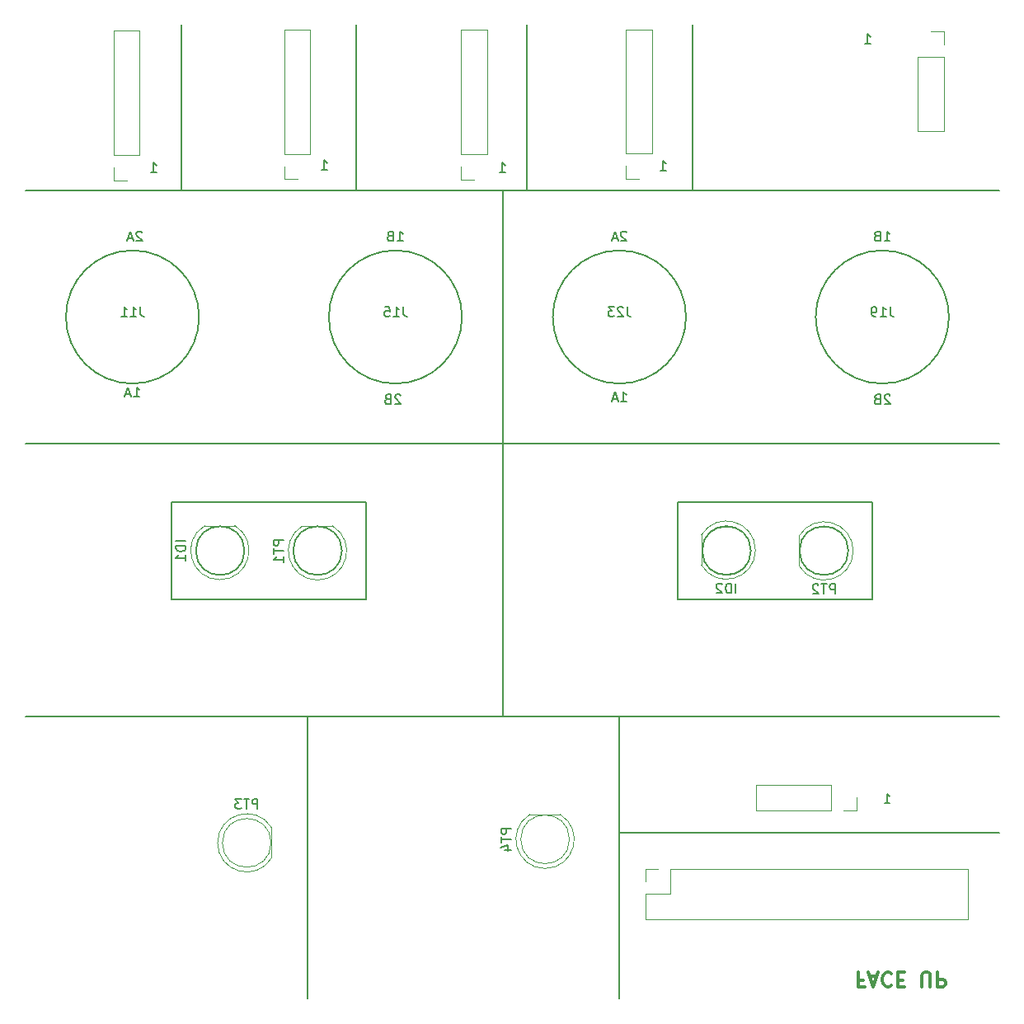
<source format=gbr>
G04 #@! TF.FileFunction,Legend,Bot*
%FSLAX46Y46*%
G04 Gerber Fmt 4.6, Leading zero omitted, Abs format (unit mm)*
G04 Created by KiCad (PCBNEW 4.0.7) date 09/25/21 22:31:07*
%MOMM*%
%LPD*%
G01*
G04 APERTURE LIST*
%ADD10C,0.100000*%
%ADD11C,0.200000*%
%ADD12C,0.150000*%
%ADD13C,0.300000*%
%ADD14C,0.120000*%
G04 APERTURE END LIST*
D10*
D11*
X46000000Y-30000000D02*
X46000000Y-47000000D01*
X64000000Y-47000000D02*
X63500000Y-47000000D01*
X64000000Y-30000000D02*
X64000000Y-47000000D01*
X81500000Y-30000000D02*
X81500000Y-47000000D01*
X98500000Y-30000000D02*
X98500000Y-47000000D01*
D12*
X95214285Y-44952381D02*
X95785714Y-44952381D01*
X95500000Y-44952381D02*
X95500000Y-43952381D01*
X95595238Y-44095238D01*
X95690476Y-44190476D01*
X95785714Y-44238095D01*
X118214285Y-109952381D02*
X118785714Y-109952381D01*
X118500000Y-109952381D02*
X118500000Y-108952381D01*
X118595238Y-109095238D01*
X118690476Y-109190476D01*
X118785714Y-109238095D01*
X91142857Y-68702381D02*
X91714286Y-68702381D01*
X91428572Y-68702381D02*
X91428572Y-67702381D01*
X91523810Y-67845238D01*
X91619048Y-67940476D01*
X91714286Y-67988095D01*
X90761905Y-68416667D02*
X90285714Y-68416667D01*
X90857143Y-68702381D02*
X90523810Y-67702381D01*
X90190476Y-68702381D01*
X91714286Y-51297619D02*
X91666667Y-51250000D01*
X91571429Y-51202381D01*
X91333333Y-51202381D01*
X91238095Y-51250000D01*
X91190476Y-51297619D01*
X91142857Y-51392857D01*
X91142857Y-51488095D01*
X91190476Y-51630952D01*
X91761905Y-52202381D01*
X91142857Y-52202381D01*
X90761905Y-51916667D02*
X90285714Y-51916667D01*
X90857143Y-52202381D02*
X90523810Y-51202381D01*
X90190476Y-52202381D01*
X118214285Y-52202381D02*
X118785714Y-52202381D01*
X118500000Y-52202381D02*
X118500000Y-51202381D01*
X118595238Y-51345238D01*
X118690476Y-51440476D01*
X118785714Y-51488095D01*
X117452380Y-51678571D02*
X117309523Y-51726190D01*
X117261904Y-51773810D01*
X117214285Y-51869048D01*
X117214285Y-52011905D01*
X117261904Y-52107143D01*
X117309523Y-52154762D01*
X117404761Y-52202381D01*
X117785714Y-52202381D01*
X117785714Y-51202381D01*
X117452380Y-51202381D01*
X117357142Y-51250000D01*
X117309523Y-51297619D01*
X117261904Y-51392857D01*
X117261904Y-51488095D01*
X117309523Y-51583333D01*
X117357142Y-51630952D01*
X117452380Y-51678571D01*
X117785714Y-51678571D01*
X118785714Y-68047619D02*
X118738095Y-68000000D01*
X118642857Y-67952381D01*
X118404761Y-67952381D01*
X118309523Y-68000000D01*
X118261904Y-68047619D01*
X118214285Y-68142857D01*
X118214285Y-68238095D01*
X118261904Y-68380952D01*
X118833333Y-68952381D01*
X118214285Y-68952381D01*
X117452380Y-68428571D02*
X117309523Y-68476190D01*
X117261904Y-68523810D01*
X117214285Y-68619048D01*
X117214285Y-68761905D01*
X117261904Y-68857143D01*
X117309523Y-68904762D01*
X117404761Y-68952381D01*
X117785714Y-68952381D01*
X117785714Y-67952381D01*
X117452380Y-67952381D01*
X117357142Y-68000000D01*
X117309523Y-68047619D01*
X117261904Y-68142857D01*
X117261904Y-68238095D01*
X117309523Y-68333333D01*
X117357142Y-68380952D01*
X117452380Y-68428571D01*
X117785714Y-68428571D01*
X68535714Y-68047619D02*
X68488095Y-68000000D01*
X68392857Y-67952381D01*
X68154761Y-67952381D01*
X68059523Y-68000000D01*
X68011904Y-68047619D01*
X67964285Y-68142857D01*
X67964285Y-68238095D01*
X68011904Y-68380952D01*
X68583333Y-68952381D01*
X67964285Y-68952381D01*
X67202380Y-68428571D02*
X67059523Y-68476190D01*
X67011904Y-68523810D01*
X66964285Y-68619048D01*
X66964285Y-68761905D01*
X67011904Y-68857143D01*
X67059523Y-68904762D01*
X67154761Y-68952381D01*
X67535714Y-68952381D01*
X67535714Y-67952381D01*
X67202380Y-67952381D01*
X67107142Y-68000000D01*
X67059523Y-68047619D01*
X67011904Y-68142857D01*
X67011904Y-68238095D01*
X67059523Y-68333333D01*
X67107142Y-68380952D01*
X67202380Y-68428571D01*
X67535714Y-68428571D01*
X68214285Y-52202381D02*
X68785714Y-52202381D01*
X68500000Y-52202381D02*
X68500000Y-51202381D01*
X68595238Y-51345238D01*
X68690476Y-51440476D01*
X68785714Y-51488095D01*
X67452380Y-51678571D02*
X67309523Y-51726190D01*
X67261904Y-51773810D01*
X67214285Y-51869048D01*
X67214285Y-52011905D01*
X67261904Y-52107143D01*
X67309523Y-52154762D01*
X67404761Y-52202381D01*
X67785714Y-52202381D01*
X67785714Y-51202381D01*
X67452380Y-51202381D01*
X67357142Y-51250000D01*
X67309523Y-51297619D01*
X67261904Y-51392857D01*
X67261904Y-51488095D01*
X67309523Y-51583333D01*
X67357142Y-51630952D01*
X67452380Y-51678571D01*
X67785714Y-51678571D01*
X41964286Y-51297619D02*
X41916667Y-51250000D01*
X41821429Y-51202381D01*
X41583333Y-51202381D01*
X41488095Y-51250000D01*
X41440476Y-51297619D01*
X41392857Y-51392857D01*
X41392857Y-51488095D01*
X41440476Y-51630952D01*
X42011905Y-52202381D01*
X41392857Y-52202381D01*
X41011905Y-51916667D02*
X40535714Y-51916667D01*
X41107143Y-52202381D02*
X40773810Y-51202381D01*
X40440476Y-52202381D01*
X41142857Y-68202381D02*
X41714286Y-68202381D01*
X41428572Y-68202381D02*
X41428572Y-67202381D01*
X41523810Y-67345238D01*
X41619048Y-67440476D01*
X41714286Y-67488095D01*
X40761905Y-67916667D02*
X40285714Y-67916667D01*
X40857143Y-68202381D02*
X40523810Y-67202381D01*
X40190476Y-68202381D01*
X42894285Y-45156381D02*
X43465714Y-45156381D01*
X43180000Y-45156381D02*
X43180000Y-44156381D01*
X43275238Y-44299238D01*
X43370476Y-44394476D01*
X43465714Y-44442095D01*
X60420285Y-44902381D02*
X60991714Y-44902381D01*
X60706000Y-44902381D02*
X60706000Y-43902381D01*
X60801238Y-44045238D01*
X60896476Y-44140476D01*
X60991714Y-44188095D01*
X78708285Y-45156381D02*
X79279714Y-45156381D01*
X78994000Y-45156381D02*
X78994000Y-44156381D01*
X79089238Y-44299238D01*
X79184476Y-44394476D01*
X79279714Y-44442095D01*
X116214285Y-31952381D02*
X116785714Y-31952381D01*
X116500000Y-31952381D02*
X116500000Y-30952381D01*
X116595238Y-31095238D01*
X116690476Y-31190476D01*
X116785714Y-31238095D01*
D13*
X116005715Y-128077143D02*
X115505715Y-128077143D01*
X115505715Y-127291429D02*
X115505715Y-128791429D01*
X116220001Y-128791429D01*
X116720000Y-127720000D02*
X117434286Y-127720000D01*
X116577143Y-127291429D02*
X117077143Y-128791429D01*
X117577143Y-127291429D01*
X118934286Y-127434286D02*
X118862857Y-127362857D01*
X118648571Y-127291429D01*
X118505714Y-127291429D01*
X118291429Y-127362857D01*
X118148571Y-127505714D01*
X118077143Y-127648571D01*
X118005714Y-127934286D01*
X118005714Y-128148571D01*
X118077143Y-128434286D01*
X118148571Y-128577143D01*
X118291429Y-128720000D01*
X118505714Y-128791429D01*
X118648571Y-128791429D01*
X118862857Y-128720000D01*
X118934286Y-128648571D01*
X119577143Y-128077143D02*
X120077143Y-128077143D01*
X120291429Y-127291429D02*
X119577143Y-127291429D01*
X119577143Y-128791429D01*
X120291429Y-128791429D01*
X122077143Y-128791429D02*
X122077143Y-127577143D01*
X122148571Y-127434286D01*
X122220000Y-127362857D01*
X122362857Y-127291429D01*
X122648571Y-127291429D01*
X122791429Y-127362857D01*
X122862857Y-127434286D01*
X122934286Y-127577143D01*
X122934286Y-128791429D01*
X123648572Y-127291429D02*
X123648572Y-128791429D01*
X124220000Y-128791429D01*
X124362858Y-128720000D01*
X124434286Y-128648571D01*
X124505715Y-128505714D01*
X124505715Y-128291429D01*
X124434286Y-128148571D01*
X124362858Y-128077143D01*
X124220000Y-128005714D01*
X123648572Y-128005714D01*
D11*
X130000000Y-113000000D02*
X91000000Y-113000000D01*
X91000000Y-101000000D02*
X91000000Y-130000000D01*
X59000000Y-101000000D02*
X59000000Y-130000000D01*
X130000000Y-101000000D02*
X30000000Y-101000000D01*
X79000000Y-101000000D02*
X79000000Y-73000000D01*
X79000000Y-73000000D02*
X79000000Y-47000000D01*
X130000000Y-73000000D02*
X30000000Y-73000000D01*
X130000000Y-47000000D02*
X30000000Y-47000000D01*
D14*
X39067000Y-30615000D02*
X41727000Y-30615000D01*
X39067000Y-43375000D02*
X39067000Y-30615000D01*
X41727000Y-43375000D02*
X41727000Y-30615000D01*
X39067000Y-43375000D02*
X41727000Y-43375000D01*
X39067000Y-44645000D02*
X39067000Y-45975000D01*
X39067000Y-45975000D02*
X40397000Y-45975000D01*
X56593000Y-30491000D02*
X59253000Y-30491000D01*
X56593000Y-43251000D02*
X56593000Y-30491000D01*
X59253000Y-43251000D02*
X59253000Y-30491000D01*
X56593000Y-43251000D02*
X59253000Y-43251000D01*
X56593000Y-44521000D02*
X56593000Y-45851000D01*
X56593000Y-45851000D02*
X57923000Y-45851000D01*
X74754000Y-30510000D02*
X77414000Y-30510000D01*
X74754000Y-43270000D02*
X74754000Y-30510000D01*
X77414000Y-43270000D02*
X77414000Y-30510000D01*
X74754000Y-43270000D02*
X77414000Y-43270000D01*
X74754000Y-44540000D02*
X74754000Y-45870000D01*
X74754000Y-45870000D02*
X76084000Y-45870000D01*
D12*
X47839159Y-60000000D02*
G75*
G03X47839159Y-60000000I-6839159J0D01*
G01*
X74839159Y-60000000D02*
G75*
G03X74839159Y-60000000I-6839159J0D01*
G01*
X124839159Y-60000000D02*
G75*
G03X124839159Y-60000000I-6839159J0D01*
G01*
X97839159Y-60000000D02*
G75*
G03X97839159Y-60000000I-6839159J0D01*
G01*
D14*
X49970462Y-86980000D02*
G75*
G02X48425170Y-81430000I-462J2990000D01*
G01*
X49969538Y-86980000D02*
G75*
G03X51514830Y-81430000I462J2990000D01*
G01*
X52470000Y-83990000D02*
G75*
G03X52470000Y-83990000I-2500000J0D01*
G01*
X48425000Y-81430000D02*
X51515000Y-81430000D01*
X60000462Y-87010000D02*
G75*
G02X58455170Y-81460000I-462J2990000D01*
G01*
X59999538Y-87010000D02*
G75*
G03X61544830Y-81460000I462J2990000D01*
G01*
X62500000Y-84020000D02*
G75*
G03X62500000Y-84020000I-2500000J0D01*
G01*
X58455000Y-81460000D02*
X61545000Y-81460000D01*
D12*
X45000000Y-84000000D02*
X45000000Y-89000000D01*
X45000000Y-89000000D02*
X65000000Y-89000000D01*
X65000000Y-89000000D02*
X65000000Y-79000000D01*
X65000000Y-79000000D02*
X45000000Y-79000000D01*
X45000000Y-79000000D02*
X45000000Y-84000000D01*
X62500000Y-84000000D02*
G75*
G03X62500000Y-84000000I-2500000J0D01*
G01*
X52500000Y-84000000D02*
G75*
G03X52500000Y-84000000I-2500000J0D01*
G01*
D14*
X104970000Y-83939538D02*
G75*
G02X99420000Y-85484830I-2990000J-462D01*
G01*
X104970000Y-83940462D02*
G75*
G03X99420000Y-82395170I-2990000J462D01*
G01*
X104480000Y-83940000D02*
G75*
G03X104480000Y-83940000I-2500000J0D01*
G01*
X99420000Y-85485000D02*
X99420000Y-82395000D01*
D12*
X97000000Y-84000000D02*
X97000000Y-89000000D01*
X97000000Y-89000000D02*
X117000000Y-89000000D01*
X117000000Y-89000000D02*
X117000000Y-79000000D01*
X117000000Y-79000000D02*
X97000000Y-79000000D01*
X97000000Y-79000000D02*
X97000000Y-84000000D01*
X114500000Y-84000000D02*
G75*
G03X114500000Y-84000000I-2500000J0D01*
G01*
X104500000Y-84000000D02*
G75*
G03X104500000Y-84000000I-2500000J0D01*
G01*
D14*
X115010000Y-84019538D02*
G75*
G02X109460000Y-85564830I-2990000J-462D01*
G01*
X115010000Y-84020462D02*
G75*
G03X109460000Y-82475170I-2990000J462D01*
G01*
X114520000Y-84020000D02*
G75*
G03X114520000Y-84020000I-2500000J0D01*
G01*
X109460000Y-85565000D02*
X109460000Y-82475000D01*
X49740000Y-114000462D02*
G75*
G02X55290000Y-112455170I2990000J462D01*
G01*
X49740000Y-113999538D02*
G75*
G03X55290000Y-115544830I2990000J-462D01*
G01*
X55230000Y-114000000D02*
G75*
G03X55230000Y-114000000I-2500000J0D01*
G01*
X55290000Y-112455000D02*
X55290000Y-115545000D01*
X83370462Y-116630000D02*
G75*
G02X81825170Y-111080000I-462J2990000D01*
G01*
X83369538Y-116630000D02*
G75*
G03X84914830Y-111080000I462J2990000D01*
G01*
X85870000Y-113640000D02*
G75*
G03X85870000Y-113640000I-2500000J0D01*
G01*
X81825000Y-111080000D02*
X84915000Y-111080000D01*
X105060000Y-110680000D02*
X105060000Y-108020000D01*
X112740000Y-110680000D02*
X105060000Y-110680000D01*
X112740000Y-108020000D02*
X105060000Y-108020000D01*
X112740000Y-110680000D02*
X112740000Y-108020000D01*
X114010000Y-110680000D02*
X115340000Y-110680000D01*
X115340000Y-110680000D02*
X115340000Y-109350000D01*
X126810000Y-116670000D02*
X126810000Y-121870000D01*
X96270000Y-116670000D02*
X126810000Y-116670000D01*
X93670000Y-121870000D02*
X126810000Y-121870000D01*
X96270000Y-116670000D02*
X96270000Y-119270000D01*
X96270000Y-119270000D02*
X93670000Y-119270000D01*
X93670000Y-119270000D02*
X93670000Y-121870000D01*
X95000000Y-116670000D02*
X93670000Y-116670000D01*
X93670000Y-116670000D02*
X93670000Y-118000000D01*
X124330000Y-40950000D02*
X121670000Y-40950000D01*
X124330000Y-33270000D02*
X124330000Y-40950000D01*
X121670000Y-33270000D02*
X121670000Y-40950000D01*
X124330000Y-33270000D02*
X121670000Y-33270000D01*
X124330000Y-32000000D02*
X124330000Y-30670000D01*
X124330000Y-30670000D02*
X123000000Y-30670000D01*
X91670000Y-30470000D02*
X94330000Y-30470000D01*
X91670000Y-43230000D02*
X91670000Y-30470000D01*
X94330000Y-43230000D02*
X94330000Y-30470000D01*
X91670000Y-43230000D02*
X94330000Y-43230000D01*
X91670000Y-44500000D02*
X91670000Y-45830000D01*
X91670000Y-45830000D02*
X93000000Y-45830000D01*
D12*
X41809523Y-58952381D02*
X41809523Y-59666667D01*
X41857143Y-59809524D01*
X41952381Y-59904762D01*
X42095238Y-59952381D01*
X42190476Y-59952381D01*
X40809523Y-59952381D02*
X41380952Y-59952381D01*
X41095238Y-59952381D02*
X41095238Y-58952381D01*
X41190476Y-59095238D01*
X41285714Y-59190476D01*
X41380952Y-59238095D01*
X39857142Y-59952381D02*
X40428571Y-59952381D01*
X40142857Y-59952381D02*
X40142857Y-58952381D01*
X40238095Y-59095238D01*
X40333333Y-59190476D01*
X40428571Y-59238095D01*
X68809523Y-58952381D02*
X68809523Y-59666667D01*
X68857143Y-59809524D01*
X68952381Y-59904762D01*
X69095238Y-59952381D01*
X69190476Y-59952381D01*
X67809523Y-59952381D02*
X68380952Y-59952381D01*
X68095238Y-59952381D02*
X68095238Y-58952381D01*
X68190476Y-59095238D01*
X68285714Y-59190476D01*
X68380952Y-59238095D01*
X66904761Y-58952381D02*
X67380952Y-58952381D01*
X67428571Y-59428571D01*
X67380952Y-59380952D01*
X67285714Y-59333333D01*
X67047618Y-59333333D01*
X66952380Y-59380952D01*
X66904761Y-59428571D01*
X66857142Y-59523810D01*
X66857142Y-59761905D01*
X66904761Y-59857143D01*
X66952380Y-59904762D01*
X67047618Y-59952381D01*
X67285714Y-59952381D01*
X67380952Y-59904762D01*
X67428571Y-59857143D01*
X118809523Y-58952381D02*
X118809523Y-59666667D01*
X118857143Y-59809524D01*
X118952381Y-59904762D01*
X119095238Y-59952381D01*
X119190476Y-59952381D01*
X117809523Y-59952381D02*
X118380952Y-59952381D01*
X118095238Y-59952381D02*
X118095238Y-58952381D01*
X118190476Y-59095238D01*
X118285714Y-59190476D01*
X118380952Y-59238095D01*
X117333333Y-59952381D02*
X117142857Y-59952381D01*
X117047618Y-59904762D01*
X116999999Y-59857143D01*
X116904761Y-59714286D01*
X116857142Y-59523810D01*
X116857142Y-59142857D01*
X116904761Y-59047619D01*
X116952380Y-59000000D01*
X117047618Y-58952381D01*
X117238095Y-58952381D01*
X117333333Y-59000000D01*
X117380952Y-59047619D01*
X117428571Y-59142857D01*
X117428571Y-59380952D01*
X117380952Y-59476190D01*
X117333333Y-59523810D01*
X117238095Y-59571429D01*
X117047618Y-59571429D01*
X116952380Y-59523810D01*
X116904761Y-59476190D01*
X116857142Y-59380952D01*
X91809523Y-58952381D02*
X91809523Y-59666667D01*
X91857143Y-59809524D01*
X91952381Y-59904762D01*
X92095238Y-59952381D01*
X92190476Y-59952381D01*
X91380952Y-59047619D02*
X91333333Y-59000000D01*
X91238095Y-58952381D01*
X90999999Y-58952381D01*
X90904761Y-59000000D01*
X90857142Y-59047619D01*
X90809523Y-59142857D01*
X90809523Y-59238095D01*
X90857142Y-59380952D01*
X91428571Y-59952381D01*
X90809523Y-59952381D01*
X90476190Y-58952381D02*
X89857142Y-58952381D01*
X90190476Y-59333333D01*
X90047618Y-59333333D01*
X89952380Y-59380952D01*
X89904761Y-59428571D01*
X89857142Y-59523810D01*
X89857142Y-59761905D01*
X89904761Y-59857143D01*
X89952380Y-59904762D01*
X90047618Y-59952381D01*
X90333333Y-59952381D01*
X90428571Y-59904762D01*
X90476190Y-59857143D01*
X46462381Y-83013810D02*
X45462381Y-83013810D01*
X46462381Y-83490000D02*
X45462381Y-83490000D01*
X45462381Y-83728095D01*
X45510000Y-83870953D01*
X45605238Y-83966191D01*
X45700476Y-84013810D01*
X45890952Y-84061429D01*
X46033810Y-84061429D01*
X46224286Y-84013810D01*
X46319524Y-83966191D01*
X46414762Y-83870953D01*
X46462381Y-83728095D01*
X46462381Y-83490000D01*
X46462381Y-85013810D02*
X46462381Y-84442381D01*
X46462381Y-84728095D02*
X45462381Y-84728095D01*
X45605238Y-84632857D01*
X45700476Y-84537619D01*
X45748095Y-84442381D01*
X56492381Y-82900952D02*
X55492381Y-82900952D01*
X55492381Y-83281905D01*
X55540000Y-83377143D01*
X55587619Y-83424762D01*
X55682857Y-83472381D01*
X55825714Y-83472381D01*
X55920952Y-83424762D01*
X55968571Y-83377143D01*
X56016190Y-83281905D01*
X56016190Y-82900952D01*
X55492381Y-83758095D02*
X55492381Y-84329524D01*
X56492381Y-84043809D02*
X55492381Y-84043809D01*
X56492381Y-85186667D02*
X56492381Y-84615238D01*
X56492381Y-84900952D02*
X55492381Y-84900952D01*
X55635238Y-84805714D01*
X55730476Y-84710476D01*
X55778095Y-84615238D01*
X102956190Y-88352381D02*
X102956190Y-87352381D01*
X102480000Y-88352381D02*
X102480000Y-87352381D01*
X102241905Y-87352381D01*
X102099047Y-87400000D01*
X102003809Y-87495238D01*
X101956190Y-87590476D01*
X101908571Y-87780952D01*
X101908571Y-87923810D01*
X101956190Y-88114286D01*
X102003809Y-88209524D01*
X102099047Y-88304762D01*
X102241905Y-88352381D01*
X102480000Y-88352381D01*
X101527619Y-87447619D02*
X101480000Y-87400000D01*
X101384762Y-87352381D01*
X101146666Y-87352381D01*
X101051428Y-87400000D01*
X101003809Y-87447619D01*
X100956190Y-87542857D01*
X100956190Y-87638095D01*
X101003809Y-87780952D01*
X101575238Y-88352381D01*
X100956190Y-88352381D01*
X113139048Y-88432381D02*
X113139048Y-87432381D01*
X112758095Y-87432381D01*
X112662857Y-87480000D01*
X112615238Y-87527619D01*
X112567619Y-87622857D01*
X112567619Y-87765714D01*
X112615238Y-87860952D01*
X112662857Y-87908571D01*
X112758095Y-87956190D01*
X113139048Y-87956190D01*
X112281905Y-87432381D02*
X111710476Y-87432381D01*
X111996191Y-88432381D02*
X111996191Y-87432381D01*
X111424762Y-87527619D02*
X111377143Y-87480000D01*
X111281905Y-87432381D01*
X111043809Y-87432381D01*
X110948571Y-87480000D01*
X110900952Y-87527619D01*
X110853333Y-87622857D01*
X110853333Y-87718095D01*
X110900952Y-87860952D01*
X111472381Y-88432381D01*
X110853333Y-88432381D01*
X53849048Y-110492381D02*
X53849048Y-109492381D01*
X53468095Y-109492381D01*
X53372857Y-109540000D01*
X53325238Y-109587619D01*
X53277619Y-109682857D01*
X53277619Y-109825714D01*
X53325238Y-109920952D01*
X53372857Y-109968571D01*
X53468095Y-110016190D01*
X53849048Y-110016190D01*
X52991905Y-109492381D02*
X52420476Y-109492381D01*
X52706191Y-110492381D02*
X52706191Y-109492381D01*
X52182381Y-109492381D02*
X51563333Y-109492381D01*
X51896667Y-109873333D01*
X51753809Y-109873333D01*
X51658571Y-109920952D01*
X51610952Y-109968571D01*
X51563333Y-110063810D01*
X51563333Y-110301905D01*
X51610952Y-110397143D01*
X51658571Y-110444762D01*
X51753809Y-110492381D01*
X52039524Y-110492381D01*
X52134762Y-110444762D01*
X52182381Y-110397143D01*
X79862381Y-112520952D02*
X78862381Y-112520952D01*
X78862381Y-112901905D01*
X78910000Y-112997143D01*
X78957619Y-113044762D01*
X79052857Y-113092381D01*
X79195714Y-113092381D01*
X79290952Y-113044762D01*
X79338571Y-112997143D01*
X79386190Y-112901905D01*
X79386190Y-112520952D01*
X78862381Y-113378095D02*
X78862381Y-113949524D01*
X79862381Y-113663809D02*
X78862381Y-113663809D01*
X79195714Y-114711429D02*
X79862381Y-114711429D01*
X78814762Y-114473333D02*
X79529048Y-114235238D01*
X79529048Y-114854286D01*
M02*

</source>
